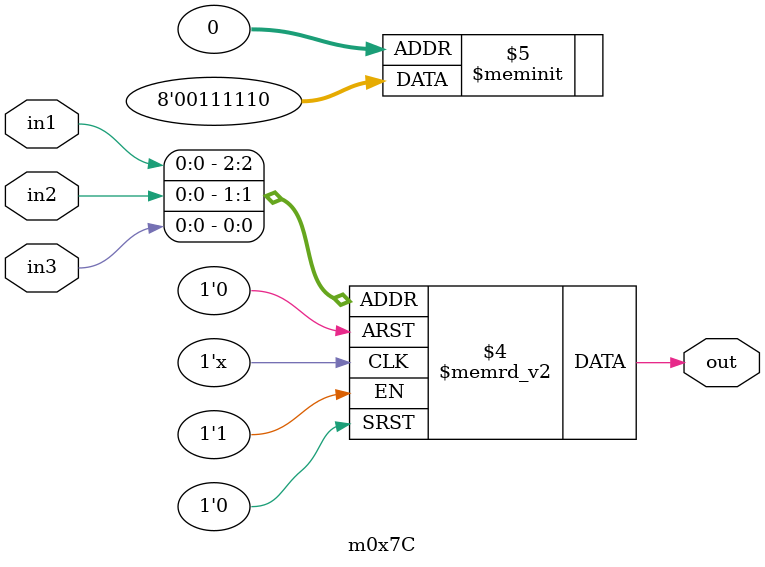
<source format=v>
module m0x7C(output out, input in1, in2, in3);

   always @(in1, in2, in3)
     begin
        case({in1, in2, in3})
          3'b000: {out} = 1'b0;
          3'b001: {out} = 1'b1;
          3'b010: {out} = 1'b1;
          3'b011: {out} = 1'b1;
          3'b100: {out} = 1'b1;
          3'b101: {out} = 1'b1;
          3'b110: {out} = 1'b0;
          3'b111: {out} = 1'b0;
        endcase // case ({in1, in2, in3})
     end // always @ (in1, in2, in3)

endmodule // m0x7C
</source>
